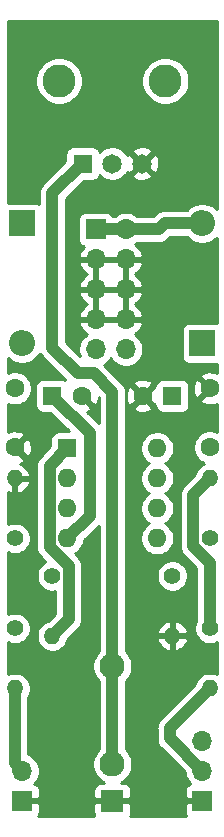
<source format=gbr>
%TF.GenerationSoftware,KiCad,Pcbnew,(5.1.8)-1*%
%TF.CreationDate,2021-01-05T22:27:56+01:00*%
%TF.ProjectId,HeadphoneOutV1,48656164-7068-46f6-9e65-4f757456312e,rev?*%
%TF.SameCoordinates,Original*%
%TF.FileFunction,Copper,L2,Bot*%
%TF.FilePolarity,Positive*%
%FSLAX46Y46*%
G04 Gerber Fmt 4.6, Leading zero omitted, Abs format (unit mm)*
G04 Created by KiCad (PCBNEW (5.1.8)-1) date 2021-01-05 22:27:56*
%MOMM*%
%LPD*%
G01*
G04 APERTURE LIST*
%TA.AperFunction,ComponentPad*%
%ADD10O,1.700000X1.700000*%
%TD*%
%TA.AperFunction,ComponentPad*%
%ADD11R,1.700000X1.700000*%
%TD*%
%TA.AperFunction,ComponentPad*%
%ADD12O,1.600000X1.600000*%
%TD*%
%TA.AperFunction,ComponentPad*%
%ADD13R,1.600000X1.600000*%
%TD*%
%TA.AperFunction,ComponentPad*%
%ADD14C,2.794000*%
%TD*%
%TA.AperFunction,ComponentPad*%
%ADD15C,1.650000*%
%TD*%
%TA.AperFunction,ComponentPad*%
%ADD16R,1.650000X1.650000*%
%TD*%
%TA.AperFunction,ComponentPad*%
%ADD17O,1.400000X1.400000*%
%TD*%
%TA.AperFunction,ComponentPad*%
%ADD18C,1.400000*%
%TD*%
%TA.AperFunction,ComponentPad*%
%ADD19C,2.130000*%
%TD*%
%TA.AperFunction,ComponentPad*%
%ADD20R,1.930000X1.830000*%
%TD*%
%TA.AperFunction,ComponentPad*%
%ADD21O,2.200000X2.200000*%
%TD*%
%TA.AperFunction,ComponentPad*%
%ADD22R,2.200000X2.200000*%
%TD*%
%TA.AperFunction,ComponentPad*%
%ADD23C,1.600000*%
%TD*%
%TA.AperFunction,Conductor*%
%ADD24C,1.000000*%
%TD*%
%TA.AperFunction,Conductor*%
%ADD25C,0.254000*%
%TD*%
%TA.AperFunction,Conductor*%
%ADD26C,0.100000*%
%TD*%
G04 APERTURE END LIST*
D10*
%TO.P,J1,10*%
%TO.N,Net-(D2-Pad1)*%
X36068000Y-66548000D03*
%TO.P,J1,9*%
X33528000Y-66548000D03*
%TO.P,J1,8*%
%TO.N,GND*%
X36068000Y-64008000D03*
%TO.P,J1,7*%
X33528000Y-64008000D03*
%TO.P,J1,6*%
X36068000Y-61468000D03*
%TO.P,J1,5*%
X33528000Y-61468000D03*
%TO.P,J1,4*%
X36068000Y-58928000D03*
%TO.P,J1,3*%
X33528000Y-58928000D03*
%TO.P,J1,2*%
%TO.N,Net-(D1-Pad2)*%
X36068000Y-56388000D03*
D11*
%TO.P,J1,1*%
X33528000Y-56388000D03*
%TD*%
D10*
%TO.P,J4,2*%
%TO.N,Net-(J3-Pad3)*%
X27305000Y-102235000D03*
D11*
%TO.P,J4,1*%
%TO.N,GND*%
X27305000Y-104775000D03*
%TD*%
D10*
%TO.P,J3,3*%
%TO.N,Net-(J3-Pad3)*%
X42545000Y-99695000D03*
%TO.P,J3,2*%
%TO.N,Net-(J3-Pad2)*%
X42545000Y-102235000D03*
D11*
%TO.P,J3,1*%
%TO.N,GND*%
X42545000Y-104775000D03*
%TD*%
D12*
%TO.P,U1,8*%
%TO.N,+12V*%
X38735000Y-74930000D03*
%TO.P,U1,4*%
%TO.N,-12V*%
X31115000Y-82550000D03*
%TO.P,U1,7*%
%TO.N,Net-(R2-Pad1)*%
X38735000Y-77470000D03*
%TO.P,U1,3*%
%TO.N,Net-(RV1-Pad2)*%
X31115000Y-80010000D03*
%TO.P,U1,6*%
%TO.N,Net-(R3-Pad1)*%
X38735000Y-80010000D03*
%TO.P,U1,2*%
%TO.N,Net-(R5-Pad1)*%
X31115000Y-77470000D03*
%TO.P,U1,5*%
%TO.N,Net-(RV1-Pad2)*%
X38735000Y-82550000D03*
D13*
%TO.P,U1,1*%
%TO.N,Net-(R1-Pad1)*%
X31115000Y-74930000D03*
%TD*%
D14*
%TO.P,RV1,CHASSIS1*%
%TO.N,N/C*%
X30425000Y-43815000D03*
%TO.P,RV1,CHASSIS2*%
X39425000Y-43815000D03*
D15*
%TO.P,RV1,3*%
%TO.N,GND*%
X37425000Y-50815000D03*
%TO.P,RV1,2*%
%TO.N,Net-(RV1-Pad2)*%
X34925000Y-50815000D03*
D16*
%TO.P,RV1,1*%
%TO.N,Net-(J2-PadT)*%
X32425000Y-50815000D03*
%TD*%
D17*
%TO.P,R6,2*%
%TO.N,Net-(R1-Pad1)*%
X29845000Y-90805000D03*
D18*
%TO.P,R6,1*%
%TO.N,Net-(R5-Pad1)*%
X29845000Y-85725000D03*
%TD*%
D17*
%TO.P,R5,2*%
%TO.N,GND*%
X26670000Y-77470000D03*
D18*
%TO.P,R5,1*%
%TO.N,Net-(R5-Pad1)*%
X26670000Y-82550000D03*
%TD*%
D17*
%TO.P,R4,2*%
%TO.N,GND*%
X40005000Y-90805000D03*
D18*
%TO.P,R4,1*%
%TO.N,Net-(R3-Pad1)*%
X40005000Y-85725000D03*
%TD*%
D17*
%TO.P,R3,2*%
%TO.N,Net-(R2-Pad1)*%
X43180000Y-77470000D03*
D18*
%TO.P,R3,1*%
%TO.N,Net-(R3-Pad1)*%
X43180000Y-82550000D03*
%TD*%
D17*
%TO.P,R2,2*%
%TO.N,Net-(J3-Pad2)*%
X43180000Y-95250000D03*
D18*
%TO.P,R2,1*%
%TO.N,Net-(R2-Pad1)*%
X43180000Y-90170000D03*
%TD*%
D17*
%TO.P,R1,2*%
%TO.N,Net-(J3-Pad3)*%
X26670000Y-95250000D03*
D18*
%TO.P,R1,1*%
%TO.N,Net-(R1-Pad1)*%
X26670000Y-90170000D03*
%TD*%
D19*
%TO.P,J2,T*%
%TO.N,Net-(J2-PadT)*%
X34925000Y-93375000D03*
D20*
%TO.P,J2,S*%
%TO.N,GND*%
X34925000Y-104775000D03*
D19*
%TO.P,J2,TN*%
%TO.N,Net-(J2-PadT)*%
X34925000Y-101675000D03*
%TD*%
D21*
%TO.P,D2,2*%
%TO.N,-12V*%
X27305000Y-66040000D03*
D22*
%TO.P,D2,1*%
%TO.N,Net-(D2-Pad1)*%
X27305000Y-55880000D03*
%TD*%
D21*
%TO.P,D1,2*%
%TO.N,Net-(D1-Pad2)*%
X42545000Y-55880000D03*
D22*
%TO.P,D1,1*%
%TO.N,+12V*%
X42545000Y-66040000D03*
%TD*%
D23*
%TO.P,C6,2*%
%TO.N,GND*%
X37505000Y-70485000D03*
D13*
%TO.P,C6,1*%
%TO.N,+12V*%
X40005000Y-70485000D03*
%TD*%
D23*
%TO.P,C3,2*%
%TO.N,GND*%
X26670000Y-74850000D03*
%TO.P,C3,1*%
%TO.N,-12V*%
X26670000Y-69850000D03*
%TD*%
%TO.P,C2,2*%
%TO.N,GND*%
X32345000Y-70485000D03*
D13*
%TO.P,C2,1*%
%TO.N,-12V*%
X29845000Y-70485000D03*
%TD*%
D23*
%TO.P,C1,2*%
%TO.N,+12V*%
X43180000Y-74850000D03*
%TO.P,C1,1*%
%TO.N,GND*%
X43180000Y-69850000D03*
%TD*%
D24*
%TO.N,-12V*%
X29845000Y-70485000D02*
X33020000Y-73660000D01*
X33020000Y-80645000D02*
X31115000Y-82550000D01*
X33020000Y-73660000D02*
X33020000Y-80645000D01*
%TO.N,Net-(D1-Pad2)*%
X33528000Y-56388000D02*
X36068000Y-56388000D01*
X36068000Y-56388000D02*
X38862000Y-56388000D01*
X39370000Y-55880000D02*
X42545000Y-55880000D01*
X38862000Y-56388000D02*
X39370000Y-55880000D01*
%TO.N,Net-(J2-PadT)*%
X34925000Y-101675000D02*
X34925000Y-93375000D01*
X32370000Y-50815000D02*
X32425000Y-50815000D01*
X29845000Y-53340000D02*
X32370000Y-50815000D01*
X29845000Y-66421000D02*
X29845000Y-53340000D01*
X32004000Y-68580000D02*
X29845000Y-66421000D01*
X33340002Y-68580000D02*
X32004000Y-68580000D01*
X34925000Y-70164998D02*
X33340002Y-68580000D01*
X34925000Y-93375000D02*
X34925000Y-70164998D01*
%TO.N,Net-(J3-Pad2)*%
X42545000Y-102235000D02*
X39805009Y-99495009D01*
X39805009Y-98624991D02*
X43180000Y-95250000D01*
X39805009Y-99495009D02*
X39805009Y-98624991D01*
%TO.N,Net-(J3-Pad3)*%
X26670000Y-101600000D02*
X26670000Y-95250000D01*
X27305000Y-102235000D02*
X26670000Y-101600000D01*
%TO.N,Net-(R1-Pad1)*%
X31245001Y-89404999D02*
X29845000Y-90805000D01*
X31245001Y-84900003D02*
X31245001Y-89404999D01*
X29614999Y-83270001D02*
X31245001Y-84900003D01*
X29614999Y-76430001D02*
X29614999Y-83270001D01*
X31115000Y-74930000D02*
X29614999Y-76430001D01*
%TO.N,Net-(R2-Pad1)*%
X41779999Y-78870001D02*
X43180000Y-77470000D01*
X41779999Y-83222001D02*
X41779999Y-78870001D01*
X43180000Y-84622002D02*
X41779999Y-83222001D01*
X43180000Y-90170000D02*
X43180000Y-84622002D01*
%TD*%
D25*
%TO.N,GND*%
X43790001Y-54671340D02*
X43650998Y-54532337D01*
X43366831Y-54342463D01*
X43051081Y-54211675D01*
X42715883Y-54145000D01*
X42374117Y-54145000D01*
X42038919Y-54211675D01*
X41723169Y-54342463D01*
X41439002Y-54532337D01*
X41226339Y-54745000D01*
X39425741Y-54745000D01*
X39369999Y-54739510D01*
X39314257Y-54745000D01*
X39314248Y-54745000D01*
X39147501Y-54761423D01*
X38933553Y-54826324D01*
X38736377Y-54931716D01*
X38563551Y-55073551D01*
X38528004Y-55116865D01*
X38391869Y-55253000D01*
X37033107Y-55253000D01*
X37014632Y-55234525D01*
X36771411Y-55072010D01*
X36501158Y-54960068D01*
X36214260Y-54903000D01*
X35921740Y-54903000D01*
X35634842Y-54960068D01*
X35364589Y-55072010D01*
X35121368Y-55234525D01*
X35102893Y-55253000D01*
X34945683Y-55253000D01*
X34908537Y-55183506D01*
X34829185Y-55086815D01*
X34732494Y-55007463D01*
X34622180Y-54948498D01*
X34502482Y-54912188D01*
X34378000Y-54899928D01*
X32678000Y-54899928D01*
X32553518Y-54912188D01*
X32433820Y-54948498D01*
X32323506Y-55007463D01*
X32226815Y-55086815D01*
X32147463Y-55183506D01*
X32088498Y-55293820D01*
X32052188Y-55413518D01*
X32039928Y-55538000D01*
X32039928Y-57238000D01*
X32052188Y-57362482D01*
X32088498Y-57482180D01*
X32147463Y-57592494D01*
X32226815Y-57689185D01*
X32323506Y-57768537D01*
X32433820Y-57827502D01*
X32514466Y-57851966D01*
X32430412Y-57927731D01*
X32256359Y-58161080D01*
X32131175Y-58423901D01*
X32086524Y-58571110D01*
X32207845Y-58801000D01*
X33401000Y-58801000D01*
X33401000Y-58781000D01*
X33655000Y-58781000D01*
X33655000Y-58801000D01*
X35941000Y-58801000D01*
X35941000Y-58781000D01*
X36195000Y-58781000D01*
X36195000Y-58801000D01*
X37388155Y-58801000D01*
X37509476Y-58571110D01*
X37464825Y-58423901D01*
X37339641Y-58161080D01*
X37165588Y-57927731D01*
X36949355Y-57732822D01*
X36832466Y-57663195D01*
X37014632Y-57541475D01*
X37033107Y-57523000D01*
X38806249Y-57523000D01*
X38862000Y-57528491D01*
X38917751Y-57523000D01*
X38917752Y-57523000D01*
X39084499Y-57506577D01*
X39298447Y-57441676D01*
X39495623Y-57336284D01*
X39668449Y-57194449D01*
X39703996Y-57151135D01*
X39840131Y-57015000D01*
X41226339Y-57015000D01*
X41439002Y-57227663D01*
X41723169Y-57417537D01*
X42038919Y-57548325D01*
X42374117Y-57615000D01*
X42715883Y-57615000D01*
X43051081Y-57548325D01*
X43366831Y-57417537D01*
X43650998Y-57227663D01*
X43790001Y-57088660D01*
X43790001Y-64320412D01*
X43769482Y-64314188D01*
X43645000Y-64301928D01*
X41445000Y-64301928D01*
X41320518Y-64314188D01*
X41200820Y-64350498D01*
X41090506Y-64409463D01*
X40993815Y-64488815D01*
X40914463Y-64585506D01*
X40855498Y-64695820D01*
X40819188Y-64815518D01*
X40806928Y-64940000D01*
X40806928Y-67140000D01*
X40819188Y-67264482D01*
X40855498Y-67384180D01*
X40914463Y-67494494D01*
X40993815Y-67591185D01*
X41090506Y-67670537D01*
X41200820Y-67729502D01*
X41320518Y-67765812D01*
X41445000Y-67778072D01*
X43645000Y-67778072D01*
X43769482Y-67765812D01*
X43790001Y-67759588D01*
X43790001Y-68551101D01*
X43666004Y-68492429D01*
X43391816Y-68423700D01*
X43109488Y-68409783D01*
X42829870Y-68451213D01*
X42563708Y-68546397D01*
X42438486Y-68613329D01*
X42366903Y-68857298D01*
X43180000Y-69670395D01*
X43194143Y-69656253D01*
X43373748Y-69835858D01*
X43359605Y-69850000D01*
X43373748Y-69864143D01*
X43194143Y-70043748D01*
X43180000Y-70029605D01*
X42366903Y-70842702D01*
X42438486Y-71086671D01*
X42693996Y-71207571D01*
X42968184Y-71276300D01*
X43250512Y-71290217D01*
X43530130Y-71248787D01*
X43790001Y-71155853D01*
X43790000Y-73549438D01*
X43598574Y-73470147D01*
X43321335Y-73415000D01*
X43038665Y-73415000D01*
X42761426Y-73470147D01*
X42500273Y-73578320D01*
X42265241Y-73735363D01*
X42065363Y-73935241D01*
X41908320Y-74170273D01*
X41800147Y-74431426D01*
X41745000Y-74708665D01*
X41745000Y-74991335D01*
X41800147Y-75268574D01*
X41908320Y-75529727D01*
X42065363Y-75764759D01*
X42265241Y-75964637D01*
X42500273Y-76121680D01*
X42723442Y-76214120D01*
X42547641Y-76286939D01*
X42328987Y-76433038D01*
X42143038Y-76618987D01*
X41996939Y-76837641D01*
X41896304Y-77080595D01*
X41879427Y-77165442D01*
X41016859Y-78028010D01*
X40973551Y-78063552D01*
X40831716Y-78236378D01*
X40812323Y-78272660D01*
X40726323Y-78433555D01*
X40661422Y-78647503D01*
X40639508Y-78870001D01*
X40645000Y-78925762D01*
X40644999Y-83166249D01*
X40639508Y-83222001D01*
X40644999Y-83277752D01*
X40661422Y-83444499D01*
X40726323Y-83658447D01*
X40831715Y-83855624D01*
X40973550Y-84028450D01*
X41016864Y-84063997D01*
X42045001Y-85092135D01*
X42045000Y-89465712D01*
X41996939Y-89537641D01*
X41896304Y-89780595D01*
X41845000Y-90038514D01*
X41845000Y-90301486D01*
X41896304Y-90559405D01*
X41996939Y-90802359D01*
X42143038Y-91021013D01*
X42328987Y-91206962D01*
X42547641Y-91353061D01*
X42790595Y-91453696D01*
X43048514Y-91505000D01*
X43311486Y-91505000D01*
X43569405Y-91453696D01*
X43790000Y-91362322D01*
X43790000Y-94057678D01*
X43569405Y-93966304D01*
X43311486Y-93915000D01*
X43048514Y-93915000D01*
X42790595Y-93966304D01*
X42547641Y-94066939D01*
X42328987Y-94213038D01*
X42143038Y-94398987D01*
X41996939Y-94617641D01*
X41896304Y-94860595D01*
X41879427Y-94945441D01*
X39041869Y-97783000D01*
X38998561Y-97818542D01*
X38856726Y-97991368D01*
X38751333Y-98188544D01*
X38686432Y-98402492D01*
X38686432Y-98402493D01*
X38664518Y-98624991D01*
X38670009Y-98680742D01*
X38670009Y-99439258D01*
X38664518Y-99495009D01*
X38670009Y-99550760D01*
X38686432Y-99717507D01*
X38751333Y-99931455D01*
X38856725Y-100128632D01*
X38998560Y-100301458D01*
X39041874Y-100337005D01*
X41060000Y-102355132D01*
X41060000Y-102381260D01*
X41117068Y-102668158D01*
X41229010Y-102938411D01*
X41391525Y-103181632D01*
X41523380Y-103313487D01*
X41450820Y-103335498D01*
X41340506Y-103394463D01*
X41243815Y-103473815D01*
X41164463Y-103570506D01*
X41105498Y-103680820D01*
X41069188Y-103800518D01*
X41056928Y-103925000D01*
X41060000Y-104489250D01*
X41218750Y-104648000D01*
X42418000Y-104648000D01*
X42418000Y-104628000D01*
X42672000Y-104628000D01*
X42672000Y-104648000D01*
X42692000Y-104648000D01*
X42692000Y-104902000D01*
X42672000Y-104902000D01*
X42672000Y-104922000D01*
X42418000Y-104922000D01*
X42418000Y-104902000D01*
X41218750Y-104902000D01*
X41060000Y-105060750D01*
X41056928Y-105625000D01*
X41069188Y-105749482D01*
X41105498Y-105869180D01*
X41164463Y-105979494D01*
X41197705Y-106020000D01*
X36433630Y-106020000D01*
X36479502Y-105934180D01*
X36515812Y-105814482D01*
X36528072Y-105690000D01*
X36525000Y-105060750D01*
X36366250Y-104902000D01*
X35052000Y-104902000D01*
X35052000Y-104922000D01*
X34798000Y-104922000D01*
X34798000Y-104902000D01*
X33483750Y-104902000D01*
X33325000Y-105060750D01*
X33321928Y-105690000D01*
X33334188Y-105814482D01*
X33370498Y-105934180D01*
X33416370Y-106020000D01*
X28652295Y-106020000D01*
X28685537Y-105979494D01*
X28744502Y-105869180D01*
X28780812Y-105749482D01*
X28793072Y-105625000D01*
X28790000Y-105060750D01*
X28631250Y-104902000D01*
X27432000Y-104902000D01*
X27432000Y-104922000D01*
X27178000Y-104922000D01*
X27178000Y-104902000D01*
X27158000Y-104902000D01*
X27158000Y-104648000D01*
X27178000Y-104648000D01*
X27178000Y-104628000D01*
X27432000Y-104628000D01*
X27432000Y-104648000D01*
X28631250Y-104648000D01*
X28790000Y-104489250D01*
X28793072Y-103925000D01*
X28780812Y-103800518D01*
X28744502Y-103680820D01*
X28685537Y-103570506D01*
X28606185Y-103473815D01*
X28509494Y-103394463D01*
X28399180Y-103335498D01*
X28326620Y-103313487D01*
X28458475Y-103181632D01*
X28620990Y-102938411D01*
X28732932Y-102668158D01*
X28790000Y-102381260D01*
X28790000Y-102088740D01*
X28732932Y-101801842D01*
X28620990Y-101531589D01*
X28458475Y-101288368D01*
X28251632Y-101081525D01*
X28008411Y-100919010D01*
X27805000Y-100834755D01*
X27805000Y-95954288D01*
X27853061Y-95882359D01*
X27953696Y-95639405D01*
X28005000Y-95381486D01*
X28005000Y-95118514D01*
X27953696Y-94860595D01*
X27853061Y-94617641D01*
X27706962Y-94398987D01*
X27521013Y-94213038D01*
X27302359Y-94066939D01*
X27059405Y-93966304D01*
X26801486Y-93915000D01*
X26538514Y-93915000D01*
X26280595Y-93966304D01*
X26060000Y-94057678D01*
X26060000Y-91362322D01*
X26280595Y-91453696D01*
X26538514Y-91505000D01*
X26801486Y-91505000D01*
X27059405Y-91453696D01*
X27302359Y-91353061D01*
X27521013Y-91206962D01*
X27706962Y-91021013D01*
X27853061Y-90802359D01*
X27953696Y-90559405D01*
X28005000Y-90301486D01*
X28005000Y-90038514D01*
X27953696Y-89780595D01*
X27853061Y-89537641D01*
X27706962Y-89318987D01*
X27521013Y-89133038D01*
X27302359Y-88986939D01*
X27059405Y-88886304D01*
X26801486Y-88835000D01*
X26538514Y-88835000D01*
X26280595Y-88886304D01*
X26060000Y-88977678D01*
X26060000Y-83742322D01*
X26280595Y-83833696D01*
X26538514Y-83885000D01*
X26801486Y-83885000D01*
X27059405Y-83833696D01*
X27302359Y-83733061D01*
X27521013Y-83586962D01*
X27706962Y-83401013D01*
X27853061Y-83182359D01*
X27953696Y-82939405D01*
X28005000Y-82681486D01*
X28005000Y-82418514D01*
X27953696Y-82160595D01*
X27853061Y-81917641D01*
X27706962Y-81698987D01*
X27521013Y-81513038D01*
X27302359Y-81366939D01*
X27059405Y-81266304D01*
X26801486Y-81215000D01*
X26538514Y-81215000D01*
X26280595Y-81266304D01*
X26060000Y-81357678D01*
X26060000Y-78651562D01*
X26228956Y-78730047D01*
X26336671Y-78762716D01*
X26543000Y-78639374D01*
X26543000Y-77597000D01*
X26797000Y-77597000D01*
X26797000Y-78639374D01*
X27003329Y-78762716D01*
X27111044Y-78730047D01*
X27348392Y-78619792D01*
X27559670Y-78465351D01*
X27736759Y-78272660D01*
X27872853Y-78049123D01*
X27962722Y-77803330D01*
X27840201Y-77597000D01*
X26797000Y-77597000D01*
X26543000Y-77597000D01*
X26523000Y-77597000D01*
X26523000Y-77343000D01*
X26543000Y-77343000D01*
X26543000Y-77323000D01*
X26797000Y-77323000D01*
X26797000Y-77343000D01*
X27840201Y-77343000D01*
X27962722Y-77136670D01*
X27872853Y-76890877D01*
X27736759Y-76667340D01*
X27559670Y-76474649D01*
X27348392Y-76320208D01*
X27118733Y-76213525D01*
X27286292Y-76153603D01*
X27411514Y-76086671D01*
X27483097Y-75842702D01*
X26670000Y-75029605D01*
X26655858Y-75043748D01*
X26476253Y-74864143D01*
X26490395Y-74850000D01*
X26849605Y-74850000D01*
X27662702Y-75663097D01*
X27906671Y-75591514D01*
X28027571Y-75336004D01*
X28096300Y-75061816D01*
X28110217Y-74779488D01*
X28068787Y-74499870D01*
X27973603Y-74233708D01*
X27906671Y-74108486D01*
X27662702Y-74036903D01*
X26849605Y-74850000D01*
X26490395Y-74850000D01*
X26476253Y-74835858D01*
X26655858Y-74656253D01*
X26670000Y-74670395D01*
X27483097Y-73857298D01*
X27411514Y-73613329D01*
X27156004Y-73492429D01*
X26881816Y-73423700D01*
X26599488Y-73409783D01*
X26319870Y-73451213D01*
X26060000Y-73544147D01*
X26060000Y-71150562D01*
X26251426Y-71229853D01*
X26528665Y-71285000D01*
X26811335Y-71285000D01*
X27088574Y-71229853D01*
X27349727Y-71121680D01*
X27584759Y-70964637D01*
X27784637Y-70764759D01*
X27941680Y-70529727D01*
X28049853Y-70268574D01*
X28105000Y-69991335D01*
X28105000Y-69708665D01*
X28049853Y-69431426D01*
X27941680Y-69170273D01*
X27784637Y-68935241D01*
X27584759Y-68735363D01*
X27349727Y-68578320D01*
X27088574Y-68470147D01*
X26811335Y-68415000D01*
X26528665Y-68415000D01*
X26251426Y-68470147D01*
X26060000Y-68549438D01*
X26060000Y-67248661D01*
X26199002Y-67387663D01*
X26483169Y-67577537D01*
X26798919Y-67708325D01*
X27134117Y-67775000D01*
X27475883Y-67775000D01*
X27811081Y-67708325D01*
X28126831Y-67577537D01*
X28410998Y-67387663D01*
X28652663Y-67145998D01*
X28815387Y-66902465D01*
X28896716Y-67054623D01*
X29038551Y-67227449D01*
X29081865Y-67262996D01*
X30943288Y-69124420D01*
X30889180Y-69095498D01*
X30769482Y-69059188D01*
X30645000Y-69046928D01*
X29045000Y-69046928D01*
X28920518Y-69059188D01*
X28800820Y-69095498D01*
X28690506Y-69154463D01*
X28593815Y-69233815D01*
X28514463Y-69330506D01*
X28455498Y-69440820D01*
X28419188Y-69560518D01*
X28406928Y-69685000D01*
X28406928Y-71285000D01*
X28419188Y-71409482D01*
X28455498Y-71529180D01*
X28514463Y-71639494D01*
X28593815Y-71736185D01*
X28690506Y-71815537D01*
X28800820Y-71874502D01*
X28920518Y-71910812D01*
X29045000Y-71923072D01*
X29677941Y-71923072D01*
X31246796Y-73491928D01*
X30315000Y-73491928D01*
X30190518Y-73504188D01*
X30070820Y-73540498D01*
X29960506Y-73599463D01*
X29863815Y-73678815D01*
X29784463Y-73775506D01*
X29725498Y-73885820D01*
X29689188Y-74005518D01*
X29676928Y-74130000D01*
X29676928Y-74762940D01*
X28851864Y-75588005D01*
X28808550Y-75623552D01*
X28666715Y-75796378D01*
X28576780Y-75964637D01*
X28561323Y-75993555D01*
X28496422Y-76207503D01*
X28474508Y-76430001D01*
X28479999Y-76485753D01*
X28480000Y-83214240D01*
X28474508Y-83270001D01*
X28496422Y-83492499D01*
X28561323Y-83706447D01*
X28561324Y-83706448D01*
X28666716Y-83903624D01*
X28808551Y-84076450D01*
X28851859Y-84111992D01*
X29261548Y-84521681D01*
X29212641Y-84541939D01*
X28993987Y-84688038D01*
X28808038Y-84873987D01*
X28661939Y-85092641D01*
X28561304Y-85335595D01*
X28510000Y-85593514D01*
X28510000Y-85856486D01*
X28561304Y-86114405D01*
X28661939Y-86357359D01*
X28808038Y-86576013D01*
X28993987Y-86761962D01*
X29212641Y-86908061D01*
X29455595Y-87008696D01*
X29713514Y-87060000D01*
X29976486Y-87060000D01*
X30110001Y-87033442D01*
X30110002Y-88934866D01*
X29540442Y-89504427D01*
X29455595Y-89521304D01*
X29212641Y-89621939D01*
X28993987Y-89768038D01*
X28808038Y-89953987D01*
X28661939Y-90172641D01*
X28561304Y-90415595D01*
X28510000Y-90673514D01*
X28510000Y-90936486D01*
X28561304Y-91194405D01*
X28661939Y-91437359D01*
X28808038Y-91656013D01*
X28993987Y-91841962D01*
X29212641Y-91988061D01*
X29455595Y-92088696D01*
X29713514Y-92140000D01*
X29976486Y-92140000D01*
X30234405Y-92088696D01*
X30477359Y-91988061D01*
X30696013Y-91841962D01*
X30881962Y-91656013D01*
X31028061Y-91437359D01*
X31128696Y-91194405D01*
X31145573Y-91109558D01*
X32008141Y-90246991D01*
X32051450Y-90211448D01*
X32193285Y-90038622D01*
X32298677Y-89841446D01*
X32363578Y-89627498D01*
X32380001Y-89460751D01*
X32380001Y-89460742D01*
X32385491Y-89405000D01*
X32380001Y-89349258D01*
X32380001Y-84955754D01*
X32385492Y-84900003D01*
X32363578Y-84677504D01*
X32298677Y-84463556D01*
X32264440Y-84399503D01*
X32193285Y-84266380D01*
X32051450Y-84093554D01*
X32008141Y-84058012D01*
X31778522Y-83828392D01*
X31794727Y-83821680D01*
X32029759Y-83664637D01*
X32229637Y-83464759D01*
X32386680Y-83229727D01*
X32494853Y-82968574D01*
X32542850Y-82727282D01*
X33783141Y-81486991D01*
X33790001Y-81481362D01*
X33790000Y-92105836D01*
X33604523Y-92291313D01*
X33418479Y-92569748D01*
X33290330Y-92879128D01*
X33225000Y-93207565D01*
X33225000Y-93542435D01*
X33290330Y-93870872D01*
X33418479Y-94180252D01*
X33604523Y-94458687D01*
X33790001Y-94644165D01*
X33790000Y-100405836D01*
X33604523Y-100591313D01*
X33418479Y-100869748D01*
X33290330Y-101179128D01*
X33225000Y-101507565D01*
X33225000Y-101842435D01*
X33290330Y-102170872D01*
X33418479Y-102480252D01*
X33604523Y-102758687D01*
X33841313Y-102995477D01*
X34119748Y-103181521D01*
X34220140Y-103223105D01*
X33960000Y-103221928D01*
X33835518Y-103234188D01*
X33715820Y-103270498D01*
X33605506Y-103329463D01*
X33508815Y-103408815D01*
X33429463Y-103505506D01*
X33370498Y-103615820D01*
X33334188Y-103735518D01*
X33321928Y-103860000D01*
X33325000Y-104489250D01*
X33483750Y-104648000D01*
X34798000Y-104648000D01*
X34798000Y-104628000D01*
X35052000Y-104628000D01*
X35052000Y-104648000D01*
X36366250Y-104648000D01*
X36525000Y-104489250D01*
X36528072Y-103860000D01*
X36515812Y-103735518D01*
X36479502Y-103615820D01*
X36420537Y-103505506D01*
X36341185Y-103408815D01*
X36244494Y-103329463D01*
X36134180Y-103270498D01*
X36014482Y-103234188D01*
X35890000Y-103221928D01*
X35629860Y-103223105D01*
X35730252Y-103181521D01*
X36008687Y-102995477D01*
X36245477Y-102758687D01*
X36431521Y-102480252D01*
X36559670Y-102170872D01*
X36625000Y-101842435D01*
X36625000Y-101507565D01*
X36559670Y-101179128D01*
X36431521Y-100869748D01*
X36245477Y-100591313D01*
X36060000Y-100405836D01*
X36060000Y-94644164D01*
X36245477Y-94458687D01*
X36431521Y-94180252D01*
X36559670Y-93870872D01*
X36625000Y-93542435D01*
X36625000Y-93207565D01*
X36559670Y-92879128D01*
X36431521Y-92569748D01*
X36245477Y-92291313D01*
X36060000Y-92105836D01*
X36060000Y-91138330D01*
X38712278Y-91138330D01*
X38802147Y-91384123D01*
X38938241Y-91607660D01*
X39115330Y-91800351D01*
X39326608Y-91954792D01*
X39563956Y-92065047D01*
X39671671Y-92097716D01*
X39878000Y-91974374D01*
X39878000Y-90932000D01*
X40132000Y-90932000D01*
X40132000Y-91974374D01*
X40338329Y-92097716D01*
X40446044Y-92065047D01*
X40683392Y-91954792D01*
X40894670Y-91800351D01*
X41071759Y-91607660D01*
X41207853Y-91384123D01*
X41297722Y-91138330D01*
X41175201Y-90932000D01*
X40132000Y-90932000D01*
X39878000Y-90932000D01*
X38834799Y-90932000D01*
X38712278Y-91138330D01*
X36060000Y-91138330D01*
X36060000Y-90471670D01*
X38712278Y-90471670D01*
X38834799Y-90678000D01*
X39878000Y-90678000D01*
X39878000Y-89635626D01*
X40132000Y-89635626D01*
X40132000Y-90678000D01*
X41175201Y-90678000D01*
X41297722Y-90471670D01*
X41207853Y-90225877D01*
X41071759Y-90002340D01*
X40894670Y-89809649D01*
X40683392Y-89655208D01*
X40446044Y-89544953D01*
X40338329Y-89512284D01*
X40132000Y-89635626D01*
X39878000Y-89635626D01*
X39671671Y-89512284D01*
X39563956Y-89544953D01*
X39326608Y-89655208D01*
X39115330Y-89809649D01*
X38938241Y-90002340D01*
X38802147Y-90225877D01*
X38712278Y-90471670D01*
X36060000Y-90471670D01*
X36060000Y-85593514D01*
X38670000Y-85593514D01*
X38670000Y-85856486D01*
X38721304Y-86114405D01*
X38821939Y-86357359D01*
X38968038Y-86576013D01*
X39153987Y-86761962D01*
X39372641Y-86908061D01*
X39615595Y-87008696D01*
X39873514Y-87060000D01*
X40136486Y-87060000D01*
X40394405Y-87008696D01*
X40637359Y-86908061D01*
X40856013Y-86761962D01*
X41041962Y-86576013D01*
X41188061Y-86357359D01*
X41288696Y-86114405D01*
X41340000Y-85856486D01*
X41340000Y-85593514D01*
X41288696Y-85335595D01*
X41188061Y-85092641D01*
X41041962Y-84873987D01*
X40856013Y-84688038D01*
X40637359Y-84541939D01*
X40394405Y-84441304D01*
X40136486Y-84390000D01*
X39873514Y-84390000D01*
X39615595Y-84441304D01*
X39372641Y-84541939D01*
X39153987Y-84688038D01*
X38968038Y-84873987D01*
X38821939Y-85092641D01*
X38721304Y-85335595D01*
X38670000Y-85593514D01*
X36060000Y-85593514D01*
X36060000Y-74788665D01*
X37300000Y-74788665D01*
X37300000Y-75071335D01*
X37355147Y-75348574D01*
X37463320Y-75609727D01*
X37620363Y-75844759D01*
X37820241Y-76044637D01*
X38052759Y-76200000D01*
X37820241Y-76355363D01*
X37620363Y-76555241D01*
X37463320Y-76790273D01*
X37355147Y-77051426D01*
X37300000Y-77328665D01*
X37300000Y-77611335D01*
X37355147Y-77888574D01*
X37463320Y-78149727D01*
X37620363Y-78384759D01*
X37820241Y-78584637D01*
X38052759Y-78740000D01*
X37820241Y-78895363D01*
X37620363Y-79095241D01*
X37463320Y-79330273D01*
X37355147Y-79591426D01*
X37300000Y-79868665D01*
X37300000Y-80151335D01*
X37355147Y-80428574D01*
X37463320Y-80689727D01*
X37620363Y-80924759D01*
X37820241Y-81124637D01*
X38052759Y-81280000D01*
X37820241Y-81435363D01*
X37620363Y-81635241D01*
X37463320Y-81870273D01*
X37355147Y-82131426D01*
X37300000Y-82408665D01*
X37300000Y-82691335D01*
X37355147Y-82968574D01*
X37463320Y-83229727D01*
X37620363Y-83464759D01*
X37820241Y-83664637D01*
X38055273Y-83821680D01*
X38316426Y-83929853D01*
X38593665Y-83985000D01*
X38876335Y-83985000D01*
X39153574Y-83929853D01*
X39414727Y-83821680D01*
X39649759Y-83664637D01*
X39849637Y-83464759D01*
X40006680Y-83229727D01*
X40114853Y-82968574D01*
X40170000Y-82691335D01*
X40170000Y-82408665D01*
X40114853Y-82131426D01*
X40006680Y-81870273D01*
X39849637Y-81635241D01*
X39649759Y-81435363D01*
X39417241Y-81280000D01*
X39649759Y-81124637D01*
X39849637Y-80924759D01*
X40006680Y-80689727D01*
X40114853Y-80428574D01*
X40170000Y-80151335D01*
X40170000Y-79868665D01*
X40114853Y-79591426D01*
X40006680Y-79330273D01*
X39849637Y-79095241D01*
X39649759Y-78895363D01*
X39417241Y-78740000D01*
X39649759Y-78584637D01*
X39849637Y-78384759D01*
X40006680Y-78149727D01*
X40114853Y-77888574D01*
X40170000Y-77611335D01*
X40170000Y-77328665D01*
X40114853Y-77051426D01*
X40006680Y-76790273D01*
X39849637Y-76555241D01*
X39649759Y-76355363D01*
X39417241Y-76200000D01*
X39649759Y-76044637D01*
X39849637Y-75844759D01*
X40006680Y-75609727D01*
X40114853Y-75348574D01*
X40170000Y-75071335D01*
X40170000Y-74788665D01*
X40114853Y-74511426D01*
X40006680Y-74250273D01*
X39849637Y-74015241D01*
X39649759Y-73815363D01*
X39414727Y-73658320D01*
X39153574Y-73550147D01*
X38876335Y-73495000D01*
X38593665Y-73495000D01*
X38316426Y-73550147D01*
X38055273Y-73658320D01*
X37820241Y-73815363D01*
X37620363Y-74015241D01*
X37463320Y-74250273D01*
X37355147Y-74511426D01*
X37300000Y-74788665D01*
X36060000Y-74788665D01*
X36060000Y-71477702D01*
X36691903Y-71477702D01*
X36763486Y-71721671D01*
X37018996Y-71842571D01*
X37293184Y-71911300D01*
X37575512Y-71925217D01*
X37855130Y-71883787D01*
X38121292Y-71788603D01*
X38246514Y-71721671D01*
X38318097Y-71477702D01*
X37505000Y-70664605D01*
X36691903Y-71477702D01*
X36060000Y-71477702D01*
X36060000Y-70555512D01*
X36064783Y-70555512D01*
X36106213Y-70835130D01*
X36201397Y-71101292D01*
X36268329Y-71226514D01*
X36512298Y-71298097D01*
X37325395Y-70485000D01*
X37684605Y-70485000D01*
X38497702Y-71298097D01*
X38566928Y-71277785D01*
X38566928Y-71285000D01*
X38579188Y-71409482D01*
X38615498Y-71529180D01*
X38674463Y-71639494D01*
X38753815Y-71736185D01*
X38850506Y-71815537D01*
X38960820Y-71874502D01*
X39080518Y-71910812D01*
X39205000Y-71923072D01*
X40805000Y-71923072D01*
X40929482Y-71910812D01*
X41049180Y-71874502D01*
X41159494Y-71815537D01*
X41256185Y-71736185D01*
X41335537Y-71639494D01*
X41394502Y-71529180D01*
X41430812Y-71409482D01*
X41443072Y-71285000D01*
X41443072Y-69920512D01*
X41739783Y-69920512D01*
X41781213Y-70200130D01*
X41876397Y-70466292D01*
X41943329Y-70591514D01*
X42187298Y-70663097D01*
X43000395Y-69850000D01*
X42187298Y-69036903D01*
X41943329Y-69108486D01*
X41822429Y-69363996D01*
X41753700Y-69638184D01*
X41739783Y-69920512D01*
X41443072Y-69920512D01*
X41443072Y-69685000D01*
X41430812Y-69560518D01*
X41394502Y-69440820D01*
X41335537Y-69330506D01*
X41256185Y-69233815D01*
X41159494Y-69154463D01*
X41049180Y-69095498D01*
X40929482Y-69059188D01*
X40805000Y-69046928D01*
X39205000Y-69046928D01*
X39080518Y-69059188D01*
X38960820Y-69095498D01*
X38850506Y-69154463D01*
X38753815Y-69233815D01*
X38674463Y-69330506D01*
X38615498Y-69440820D01*
X38579188Y-69560518D01*
X38566928Y-69685000D01*
X38566928Y-69692215D01*
X38497702Y-69671903D01*
X37684605Y-70485000D01*
X37325395Y-70485000D01*
X36512298Y-69671903D01*
X36268329Y-69743486D01*
X36147429Y-69998996D01*
X36078700Y-70273184D01*
X36064783Y-70555512D01*
X36060000Y-70555512D01*
X36060000Y-70220750D01*
X36065491Y-70164998D01*
X36043577Y-69942499D01*
X35978676Y-69728551D01*
X35873284Y-69531375D01*
X35841215Y-69492298D01*
X36691903Y-69492298D01*
X37505000Y-70305395D01*
X38318097Y-69492298D01*
X38246514Y-69248329D01*
X37991004Y-69127429D01*
X37716816Y-69058700D01*
X37434488Y-69044783D01*
X37154870Y-69086213D01*
X36888708Y-69181397D01*
X36763486Y-69248329D01*
X36691903Y-69492298D01*
X35841215Y-69492298D01*
X35766989Y-69401854D01*
X35766987Y-69401852D01*
X35731449Y-69358549D01*
X35688146Y-69323011D01*
X34229793Y-67864660D01*
X34231411Y-67863990D01*
X34474632Y-67701475D01*
X34681475Y-67494632D01*
X34798000Y-67320240D01*
X34914525Y-67494632D01*
X35121368Y-67701475D01*
X35364589Y-67863990D01*
X35634842Y-67975932D01*
X35921740Y-68033000D01*
X36214260Y-68033000D01*
X36501158Y-67975932D01*
X36771411Y-67863990D01*
X37014632Y-67701475D01*
X37221475Y-67494632D01*
X37383990Y-67251411D01*
X37495932Y-66981158D01*
X37553000Y-66694260D01*
X37553000Y-66401740D01*
X37495932Y-66114842D01*
X37383990Y-65844589D01*
X37221475Y-65601368D01*
X37014632Y-65394525D01*
X36832466Y-65272805D01*
X36949355Y-65203178D01*
X37165588Y-65008269D01*
X37339641Y-64774920D01*
X37464825Y-64512099D01*
X37509476Y-64364890D01*
X37388155Y-64135000D01*
X36195000Y-64135000D01*
X36195000Y-64155000D01*
X35941000Y-64155000D01*
X35941000Y-64135000D01*
X33655000Y-64135000D01*
X33655000Y-64155000D01*
X33401000Y-64155000D01*
X33401000Y-64135000D01*
X32207845Y-64135000D01*
X32086524Y-64364890D01*
X32131175Y-64512099D01*
X32256359Y-64774920D01*
X32430412Y-65008269D01*
X32646645Y-65203178D01*
X32763534Y-65272805D01*
X32581368Y-65394525D01*
X32374525Y-65601368D01*
X32212010Y-65844589D01*
X32100068Y-66114842D01*
X32043000Y-66401740D01*
X32043000Y-66694260D01*
X32100068Y-66981158D01*
X32163550Y-67134419D01*
X30980000Y-65950869D01*
X30980000Y-61824890D01*
X32086524Y-61824890D01*
X32131175Y-61972099D01*
X32256359Y-62234920D01*
X32430412Y-62468269D01*
X32646645Y-62663178D01*
X32772255Y-62738000D01*
X32646645Y-62812822D01*
X32430412Y-63007731D01*
X32256359Y-63241080D01*
X32131175Y-63503901D01*
X32086524Y-63651110D01*
X32207845Y-63881000D01*
X33401000Y-63881000D01*
X33401000Y-61595000D01*
X33655000Y-61595000D01*
X33655000Y-63881000D01*
X35941000Y-63881000D01*
X35941000Y-61595000D01*
X36195000Y-61595000D01*
X36195000Y-63881000D01*
X37388155Y-63881000D01*
X37509476Y-63651110D01*
X37464825Y-63503901D01*
X37339641Y-63241080D01*
X37165588Y-63007731D01*
X36949355Y-62812822D01*
X36823745Y-62738000D01*
X36949355Y-62663178D01*
X37165588Y-62468269D01*
X37339641Y-62234920D01*
X37464825Y-61972099D01*
X37509476Y-61824890D01*
X37388155Y-61595000D01*
X36195000Y-61595000D01*
X35941000Y-61595000D01*
X33655000Y-61595000D01*
X33401000Y-61595000D01*
X32207845Y-61595000D01*
X32086524Y-61824890D01*
X30980000Y-61824890D01*
X30980000Y-59284890D01*
X32086524Y-59284890D01*
X32131175Y-59432099D01*
X32256359Y-59694920D01*
X32430412Y-59928269D01*
X32646645Y-60123178D01*
X32772255Y-60198000D01*
X32646645Y-60272822D01*
X32430412Y-60467731D01*
X32256359Y-60701080D01*
X32131175Y-60963901D01*
X32086524Y-61111110D01*
X32207845Y-61341000D01*
X33401000Y-61341000D01*
X33401000Y-59055000D01*
X33655000Y-59055000D01*
X33655000Y-61341000D01*
X35941000Y-61341000D01*
X35941000Y-59055000D01*
X36195000Y-59055000D01*
X36195000Y-61341000D01*
X37388155Y-61341000D01*
X37509476Y-61111110D01*
X37464825Y-60963901D01*
X37339641Y-60701080D01*
X37165588Y-60467731D01*
X36949355Y-60272822D01*
X36823745Y-60198000D01*
X36949355Y-60123178D01*
X37165588Y-59928269D01*
X37339641Y-59694920D01*
X37464825Y-59432099D01*
X37509476Y-59284890D01*
X37388155Y-59055000D01*
X36195000Y-59055000D01*
X35941000Y-59055000D01*
X33655000Y-59055000D01*
X33401000Y-59055000D01*
X32207845Y-59055000D01*
X32086524Y-59284890D01*
X30980000Y-59284890D01*
X30980000Y-53810131D01*
X32512060Y-52278072D01*
X33250000Y-52278072D01*
X33374482Y-52265812D01*
X33494180Y-52229502D01*
X33604494Y-52170537D01*
X33701185Y-52091185D01*
X33780537Y-51994494D01*
X33839502Y-51884180D01*
X33860432Y-51815184D01*
X33994304Y-51949056D01*
X34233431Y-52108835D01*
X34499134Y-52218893D01*
X34781203Y-52275000D01*
X35068797Y-52275000D01*
X35350866Y-52218893D01*
X35616569Y-52108835D01*
X35855696Y-51949056D01*
X35979201Y-51825551D01*
X36594054Y-51825551D01*
X36668663Y-52072073D01*
X36928439Y-52195473D01*
X37207297Y-52265823D01*
X37494521Y-52280417D01*
X37779074Y-52238697D01*
X38050020Y-52142265D01*
X38181337Y-52072073D01*
X38255946Y-51825551D01*
X37425000Y-50994605D01*
X36594054Y-51825551D01*
X35979201Y-51825551D01*
X36059056Y-51745696D01*
X36174275Y-51573258D01*
X36414449Y-51645946D01*
X37245395Y-50815000D01*
X37604605Y-50815000D01*
X38435551Y-51645946D01*
X38682073Y-51571337D01*
X38805473Y-51311561D01*
X38875823Y-51032703D01*
X38890417Y-50745479D01*
X38848697Y-50460926D01*
X38752265Y-50189980D01*
X38682073Y-50058663D01*
X38435551Y-49984054D01*
X37604605Y-50815000D01*
X37245395Y-50815000D01*
X36414449Y-49984054D01*
X36174275Y-50056742D01*
X36059056Y-49884304D01*
X35979201Y-49804449D01*
X36594054Y-49804449D01*
X37425000Y-50635395D01*
X38255946Y-49804449D01*
X38181337Y-49557927D01*
X37921561Y-49434527D01*
X37642703Y-49364177D01*
X37355479Y-49349583D01*
X37070926Y-49391303D01*
X36799980Y-49487735D01*
X36668663Y-49557927D01*
X36594054Y-49804449D01*
X35979201Y-49804449D01*
X35855696Y-49680944D01*
X35616569Y-49521165D01*
X35350866Y-49411107D01*
X35068797Y-49355000D01*
X34781203Y-49355000D01*
X34499134Y-49411107D01*
X34233431Y-49521165D01*
X33994304Y-49680944D01*
X33860432Y-49814816D01*
X33839502Y-49745820D01*
X33780537Y-49635506D01*
X33701185Y-49538815D01*
X33604494Y-49459463D01*
X33494180Y-49400498D01*
X33374482Y-49364188D01*
X33250000Y-49351928D01*
X31600000Y-49351928D01*
X31475518Y-49364188D01*
X31355820Y-49400498D01*
X31245506Y-49459463D01*
X31148815Y-49538815D01*
X31069463Y-49635506D01*
X31010498Y-49745820D01*
X30974188Y-49865518D01*
X30961928Y-49990000D01*
X30961928Y-50617940D01*
X29081860Y-52498009D01*
X29038552Y-52533551D01*
X28896717Y-52706377D01*
X28840384Y-52811770D01*
X28791324Y-52903554D01*
X28726423Y-53117502D01*
X28704509Y-53340000D01*
X28710001Y-53395761D01*
X28710001Y-54223008D01*
X28649180Y-54190498D01*
X28529482Y-54154188D01*
X28405000Y-54141928D01*
X26205000Y-54141928D01*
X26080518Y-54154188D01*
X26060000Y-54160412D01*
X26060000Y-43614865D01*
X28393000Y-43614865D01*
X28393000Y-44015135D01*
X28471089Y-44407713D01*
X28624265Y-44777513D01*
X28846643Y-45110325D01*
X29129675Y-45393357D01*
X29462487Y-45615735D01*
X29832287Y-45768911D01*
X30224865Y-45847000D01*
X30625135Y-45847000D01*
X31017713Y-45768911D01*
X31387513Y-45615735D01*
X31720325Y-45393357D01*
X32003357Y-45110325D01*
X32225735Y-44777513D01*
X32378911Y-44407713D01*
X32457000Y-44015135D01*
X32457000Y-43614865D01*
X37393000Y-43614865D01*
X37393000Y-44015135D01*
X37471089Y-44407713D01*
X37624265Y-44777513D01*
X37846643Y-45110325D01*
X38129675Y-45393357D01*
X38462487Y-45615735D01*
X38832287Y-45768911D01*
X39224865Y-45847000D01*
X39625135Y-45847000D01*
X40017713Y-45768911D01*
X40387513Y-45615735D01*
X40720325Y-45393357D01*
X41003357Y-45110325D01*
X41225735Y-44777513D01*
X41378911Y-44407713D01*
X41457000Y-44015135D01*
X41457000Y-43614865D01*
X41378911Y-43222287D01*
X41225735Y-42852487D01*
X41003357Y-42519675D01*
X40720325Y-42236643D01*
X40387513Y-42014265D01*
X40017713Y-41861089D01*
X39625135Y-41783000D01*
X39224865Y-41783000D01*
X38832287Y-41861089D01*
X38462487Y-42014265D01*
X38129675Y-42236643D01*
X37846643Y-42519675D01*
X37624265Y-42852487D01*
X37471089Y-43222287D01*
X37393000Y-43614865D01*
X32457000Y-43614865D01*
X32378911Y-43222287D01*
X32225735Y-42852487D01*
X32003357Y-42519675D01*
X31720325Y-42236643D01*
X31387513Y-42014265D01*
X31017713Y-41861089D01*
X30625135Y-41783000D01*
X30224865Y-41783000D01*
X29832287Y-41861089D01*
X29462487Y-42014265D01*
X29129675Y-42236643D01*
X28846643Y-42519675D01*
X28624265Y-42852487D01*
X28471089Y-43222287D01*
X28393000Y-43614865D01*
X26060000Y-43614865D01*
X26060000Y-38760000D01*
X43790001Y-38760000D01*
X43790001Y-54671340D01*
%TA.AperFunction,Conductor*%
D26*
G36*
X43790001Y-54671340D02*
G01*
X43650998Y-54532337D01*
X43366831Y-54342463D01*
X43051081Y-54211675D01*
X42715883Y-54145000D01*
X42374117Y-54145000D01*
X42038919Y-54211675D01*
X41723169Y-54342463D01*
X41439002Y-54532337D01*
X41226339Y-54745000D01*
X39425741Y-54745000D01*
X39369999Y-54739510D01*
X39314257Y-54745000D01*
X39314248Y-54745000D01*
X39147501Y-54761423D01*
X38933553Y-54826324D01*
X38736377Y-54931716D01*
X38563551Y-55073551D01*
X38528004Y-55116865D01*
X38391869Y-55253000D01*
X37033107Y-55253000D01*
X37014632Y-55234525D01*
X36771411Y-55072010D01*
X36501158Y-54960068D01*
X36214260Y-54903000D01*
X35921740Y-54903000D01*
X35634842Y-54960068D01*
X35364589Y-55072010D01*
X35121368Y-55234525D01*
X35102893Y-55253000D01*
X34945683Y-55253000D01*
X34908537Y-55183506D01*
X34829185Y-55086815D01*
X34732494Y-55007463D01*
X34622180Y-54948498D01*
X34502482Y-54912188D01*
X34378000Y-54899928D01*
X32678000Y-54899928D01*
X32553518Y-54912188D01*
X32433820Y-54948498D01*
X32323506Y-55007463D01*
X32226815Y-55086815D01*
X32147463Y-55183506D01*
X32088498Y-55293820D01*
X32052188Y-55413518D01*
X32039928Y-55538000D01*
X32039928Y-57238000D01*
X32052188Y-57362482D01*
X32088498Y-57482180D01*
X32147463Y-57592494D01*
X32226815Y-57689185D01*
X32323506Y-57768537D01*
X32433820Y-57827502D01*
X32514466Y-57851966D01*
X32430412Y-57927731D01*
X32256359Y-58161080D01*
X32131175Y-58423901D01*
X32086524Y-58571110D01*
X32207845Y-58801000D01*
X33401000Y-58801000D01*
X33401000Y-58781000D01*
X33655000Y-58781000D01*
X33655000Y-58801000D01*
X35941000Y-58801000D01*
X35941000Y-58781000D01*
X36195000Y-58781000D01*
X36195000Y-58801000D01*
X37388155Y-58801000D01*
X37509476Y-58571110D01*
X37464825Y-58423901D01*
X37339641Y-58161080D01*
X37165588Y-57927731D01*
X36949355Y-57732822D01*
X36832466Y-57663195D01*
X37014632Y-57541475D01*
X37033107Y-57523000D01*
X38806249Y-57523000D01*
X38862000Y-57528491D01*
X38917751Y-57523000D01*
X38917752Y-57523000D01*
X39084499Y-57506577D01*
X39298447Y-57441676D01*
X39495623Y-57336284D01*
X39668449Y-57194449D01*
X39703996Y-57151135D01*
X39840131Y-57015000D01*
X41226339Y-57015000D01*
X41439002Y-57227663D01*
X41723169Y-57417537D01*
X42038919Y-57548325D01*
X42374117Y-57615000D01*
X42715883Y-57615000D01*
X43051081Y-57548325D01*
X43366831Y-57417537D01*
X43650998Y-57227663D01*
X43790001Y-57088660D01*
X43790001Y-64320412D01*
X43769482Y-64314188D01*
X43645000Y-64301928D01*
X41445000Y-64301928D01*
X41320518Y-64314188D01*
X41200820Y-64350498D01*
X41090506Y-64409463D01*
X40993815Y-64488815D01*
X40914463Y-64585506D01*
X40855498Y-64695820D01*
X40819188Y-64815518D01*
X40806928Y-64940000D01*
X40806928Y-67140000D01*
X40819188Y-67264482D01*
X40855498Y-67384180D01*
X40914463Y-67494494D01*
X40993815Y-67591185D01*
X41090506Y-67670537D01*
X41200820Y-67729502D01*
X41320518Y-67765812D01*
X41445000Y-67778072D01*
X43645000Y-67778072D01*
X43769482Y-67765812D01*
X43790001Y-67759588D01*
X43790001Y-68551101D01*
X43666004Y-68492429D01*
X43391816Y-68423700D01*
X43109488Y-68409783D01*
X42829870Y-68451213D01*
X42563708Y-68546397D01*
X42438486Y-68613329D01*
X42366903Y-68857298D01*
X43180000Y-69670395D01*
X43194143Y-69656253D01*
X43373748Y-69835858D01*
X43359605Y-69850000D01*
X43373748Y-69864143D01*
X43194143Y-70043748D01*
X43180000Y-70029605D01*
X42366903Y-70842702D01*
X42438486Y-71086671D01*
X42693996Y-71207571D01*
X42968184Y-71276300D01*
X43250512Y-71290217D01*
X43530130Y-71248787D01*
X43790001Y-71155853D01*
X43790000Y-73549438D01*
X43598574Y-73470147D01*
X43321335Y-73415000D01*
X43038665Y-73415000D01*
X42761426Y-73470147D01*
X42500273Y-73578320D01*
X42265241Y-73735363D01*
X42065363Y-73935241D01*
X41908320Y-74170273D01*
X41800147Y-74431426D01*
X41745000Y-74708665D01*
X41745000Y-74991335D01*
X41800147Y-75268574D01*
X41908320Y-75529727D01*
X42065363Y-75764759D01*
X42265241Y-75964637D01*
X42500273Y-76121680D01*
X42723442Y-76214120D01*
X42547641Y-76286939D01*
X42328987Y-76433038D01*
X42143038Y-76618987D01*
X41996939Y-76837641D01*
X41896304Y-77080595D01*
X41879427Y-77165442D01*
X41016859Y-78028010D01*
X40973551Y-78063552D01*
X40831716Y-78236378D01*
X40812323Y-78272660D01*
X40726323Y-78433555D01*
X40661422Y-78647503D01*
X40639508Y-78870001D01*
X40645000Y-78925762D01*
X40644999Y-83166249D01*
X40639508Y-83222001D01*
X40644999Y-83277752D01*
X40661422Y-83444499D01*
X40726323Y-83658447D01*
X40831715Y-83855624D01*
X40973550Y-84028450D01*
X41016864Y-84063997D01*
X42045001Y-85092135D01*
X42045000Y-89465712D01*
X41996939Y-89537641D01*
X41896304Y-89780595D01*
X41845000Y-90038514D01*
X41845000Y-90301486D01*
X41896304Y-90559405D01*
X41996939Y-90802359D01*
X42143038Y-91021013D01*
X42328987Y-91206962D01*
X42547641Y-91353061D01*
X42790595Y-91453696D01*
X43048514Y-91505000D01*
X43311486Y-91505000D01*
X43569405Y-91453696D01*
X43790000Y-91362322D01*
X43790000Y-94057678D01*
X43569405Y-93966304D01*
X43311486Y-93915000D01*
X43048514Y-93915000D01*
X42790595Y-93966304D01*
X42547641Y-94066939D01*
X42328987Y-94213038D01*
X42143038Y-94398987D01*
X41996939Y-94617641D01*
X41896304Y-94860595D01*
X41879427Y-94945441D01*
X39041869Y-97783000D01*
X38998561Y-97818542D01*
X38856726Y-97991368D01*
X38751333Y-98188544D01*
X38686432Y-98402492D01*
X38686432Y-98402493D01*
X38664518Y-98624991D01*
X38670009Y-98680742D01*
X38670009Y-99439258D01*
X38664518Y-99495009D01*
X38670009Y-99550760D01*
X38686432Y-99717507D01*
X38751333Y-99931455D01*
X38856725Y-100128632D01*
X38998560Y-100301458D01*
X39041874Y-100337005D01*
X41060000Y-102355132D01*
X41060000Y-102381260D01*
X41117068Y-102668158D01*
X41229010Y-102938411D01*
X41391525Y-103181632D01*
X41523380Y-103313487D01*
X41450820Y-103335498D01*
X41340506Y-103394463D01*
X41243815Y-103473815D01*
X41164463Y-103570506D01*
X41105498Y-103680820D01*
X41069188Y-103800518D01*
X41056928Y-103925000D01*
X41060000Y-104489250D01*
X41218750Y-104648000D01*
X42418000Y-104648000D01*
X42418000Y-104628000D01*
X42672000Y-104628000D01*
X42672000Y-104648000D01*
X42692000Y-104648000D01*
X42692000Y-104902000D01*
X42672000Y-104902000D01*
X42672000Y-104922000D01*
X42418000Y-104922000D01*
X42418000Y-104902000D01*
X41218750Y-104902000D01*
X41060000Y-105060750D01*
X41056928Y-105625000D01*
X41069188Y-105749482D01*
X41105498Y-105869180D01*
X41164463Y-105979494D01*
X41197705Y-106020000D01*
X36433630Y-106020000D01*
X36479502Y-105934180D01*
X36515812Y-105814482D01*
X36528072Y-105690000D01*
X36525000Y-105060750D01*
X36366250Y-104902000D01*
X35052000Y-104902000D01*
X35052000Y-104922000D01*
X34798000Y-104922000D01*
X34798000Y-104902000D01*
X33483750Y-104902000D01*
X33325000Y-105060750D01*
X33321928Y-105690000D01*
X33334188Y-105814482D01*
X33370498Y-105934180D01*
X33416370Y-106020000D01*
X28652295Y-106020000D01*
X28685537Y-105979494D01*
X28744502Y-105869180D01*
X28780812Y-105749482D01*
X28793072Y-105625000D01*
X28790000Y-105060750D01*
X28631250Y-104902000D01*
X27432000Y-104902000D01*
X27432000Y-104922000D01*
X27178000Y-104922000D01*
X27178000Y-104902000D01*
X27158000Y-104902000D01*
X27158000Y-104648000D01*
X27178000Y-104648000D01*
X27178000Y-104628000D01*
X27432000Y-104628000D01*
X27432000Y-104648000D01*
X28631250Y-104648000D01*
X28790000Y-104489250D01*
X28793072Y-103925000D01*
X28780812Y-103800518D01*
X28744502Y-103680820D01*
X28685537Y-103570506D01*
X28606185Y-103473815D01*
X28509494Y-103394463D01*
X28399180Y-103335498D01*
X28326620Y-103313487D01*
X28458475Y-103181632D01*
X28620990Y-102938411D01*
X28732932Y-102668158D01*
X28790000Y-102381260D01*
X28790000Y-102088740D01*
X28732932Y-101801842D01*
X28620990Y-101531589D01*
X28458475Y-101288368D01*
X28251632Y-101081525D01*
X28008411Y-100919010D01*
X27805000Y-100834755D01*
X27805000Y-95954288D01*
X27853061Y-95882359D01*
X27953696Y-95639405D01*
X28005000Y-95381486D01*
X28005000Y-95118514D01*
X27953696Y-94860595D01*
X27853061Y-94617641D01*
X27706962Y-94398987D01*
X27521013Y-94213038D01*
X27302359Y-94066939D01*
X27059405Y-93966304D01*
X26801486Y-93915000D01*
X26538514Y-93915000D01*
X26280595Y-93966304D01*
X26060000Y-94057678D01*
X26060000Y-91362322D01*
X26280595Y-91453696D01*
X26538514Y-91505000D01*
X26801486Y-91505000D01*
X27059405Y-91453696D01*
X27302359Y-91353061D01*
X27521013Y-91206962D01*
X27706962Y-91021013D01*
X27853061Y-90802359D01*
X27953696Y-90559405D01*
X28005000Y-90301486D01*
X28005000Y-90038514D01*
X27953696Y-89780595D01*
X27853061Y-89537641D01*
X27706962Y-89318987D01*
X27521013Y-89133038D01*
X27302359Y-88986939D01*
X27059405Y-88886304D01*
X26801486Y-88835000D01*
X26538514Y-88835000D01*
X26280595Y-88886304D01*
X26060000Y-88977678D01*
X26060000Y-83742322D01*
X26280595Y-83833696D01*
X26538514Y-83885000D01*
X26801486Y-83885000D01*
X27059405Y-83833696D01*
X27302359Y-83733061D01*
X27521013Y-83586962D01*
X27706962Y-83401013D01*
X27853061Y-83182359D01*
X27953696Y-82939405D01*
X28005000Y-82681486D01*
X28005000Y-82418514D01*
X27953696Y-82160595D01*
X27853061Y-81917641D01*
X27706962Y-81698987D01*
X27521013Y-81513038D01*
X27302359Y-81366939D01*
X27059405Y-81266304D01*
X26801486Y-81215000D01*
X26538514Y-81215000D01*
X26280595Y-81266304D01*
X26060000Y-81357678D01*
X26060000Y-78651562D01*
X26228956Y-78730047D01*
X26336671Y-78762716D01*
X26543000Y-78639374D01*
X26543000Y-77597000D01*
X26797000Y-77597000D01*
X26797000Y-78639374D01*
X27003329Y-78762716D01*
X27111044Y-78730047D01*
X27348392Y-78619792D01*
X27559670Y-78465351D01*
X27736759Y-78272660D01*
X27872853Y-78049123D01*
X27962722Y-77803330D01*
X27840201Y-77597000D01*
X26797000Y-77597000D01*
X26543000Y-77597000D01*
X26523000Y-77597000D01*
X26523000Y-77343000D01*
X26543000Y-77343000D01*
X26543000Y-77323000D01*
X26797000Y-77323000D01*
X26797000Y-77343000D01*
X27840201Y-77343000D01*
X27962722Y-77136670D01*
X27872853Y-76890877D01*
X27736759Y-76667340D01*
X27559670Y-76474649D01*
X27348392Y-76320208D01*
X27118733Y-76213525D01*
X27286292Y-76153603D01*
X27411514Y-76086671D01*
X27483097Y-75842702D01*
X26670000Y-75029605D01*
X26655858Y-75043748D01*
X26476253Y-74864143D01*
X26490395Y-74850000D01*
X26849605Y-74850000D01*
X27662702Y-75663097D01*
X27906671Y-75591514D01*
X28027571Y-75336004D01*
X28096300Y-75061816D01*
X28110217Y-74779488D01*
X28068787Y-74499870D01*
X27973603Y-74233708D01*
X27906671Y-74108486D01*
X27662702Y-74036903D01*
X26849605Y-74850000D01*
X26490395Y-74850000D01*
X26476253Y-74835858D01*
X26655858Y-74656253D01*
X26670000Y-74670395D01*
X27483097Y-73857298D01*
X27411514Y-73613329D01*
X27156004Y-73492429D01*
X26881816Y-73423700D01*
X26599488Y-73409783D01*
X26319870Y-73451213D01*
X26060000Y-73544147D01*
X26060000Y-71150562D01*
X26251426Y-71229853D01*
X26528665Y-71285000D01*
X26811335Y-71285000D01*
X27088574Y-71229853D01*
X27349727Y-71121680D01*
X27584759Y-70964637D01*
X27784637Y-70764759D01*
X27941680Y-70529727D01*
X28049853Y-70268574D01*
X28105000Y-69991335D01*
X28105000Y-69708665D01*
X28049853Y-69431426D01*
X27941680Y-69170273D01*
X27784637Y-68935241D01*
X27584759Y-68735363D01*
X27349727Y-68578320D01*
X27088574Y-68470147D01*
X26811335Y-68415000D01*
X26528665Y-68415000D01*
X26251426Y-68470147D01*
X26060000Y-68549438D01*
X26060000Y-67248661D01*
X26199002Y-67387663D01*
X26483169Y-67577537D01*
X26798919Y-67708325D01*
X27134117Y-67775000D01*
X27475883Y-67775000D01*
X27811081Y-67708325D01*
X28126831Y-67577537D01*
X28410998Y-67387663D01*
X28652663Y-67145998D01*
X28815387Y-66902465D01*
X28896716Y-67054623D01*
X29038551Y-67227449D01*
X29081865Y-67262996D01*
X30943288Y-69124420D01*
X30889180Y-69095498D01*
X30769482Y-69059188D01*
X30645000Y-69046928D01*
X29045000Y-69046928D01*
X28920518Y-69059188D01*
X28800820Y-69095498D01*
X28690506Y-69154463D01*
X28593815Y-69233815D01*
X28514463Y-69330506D01*
X28455498Y-69440820D01*
X28419188Y-69560518D01*
X28406928Y-69685000D01*
X28406928Y-71285000D01*
X28419188Y-71409482D01*
X28455498Y-71529180D01*
X28514463Y-71639494D01*
X28593815Y-71736185D01*
X28690506Y-71815537D01*
X28800820Y-71874502D01*
X28920518Y-71910812D01*
X29045000Y-71923072D01*
X29677941Y-71923072D01*
X31246796Y-73491928D01*
X30315000Y-73491928D01*
X30190518Y-73504188D01*
X30070820Y-73540498D01*
X29960506Y-73599463D01*
X29863815Y-73678815D01*
X29784463Y-73775506D01*
X29725498Y-73885820D01*
X29689188Y-74005518D01*
X29676928Y-74130000D01*
X29676928Y-74762940D01*
X28851864Y-75588005D01*
X28808550Y-75623552D01*
X28666715Y-75796378D01*
X28576780Y-75964637D01*
X28561323Y-75993555D01*
X28496422Y-76207503D01*
X28474508Y-76430001D01*
X28479999Y-76485753D01*
X28480000Y-83214240D01*
X28474508Y-83270001D01*
X28496422Y-83492499D01*
X28561323Y-83706447D01*
X28561324Y-83706448D01*
X28666716Y-83903624D01*
X28808551Y-84076450D01*
X28851859Y-84111992D01*
X29261548Y-84521681D01*
X29212641Y-84541939D01*
X28993987Y-84688038D01*
X28808038Y-84873987D01*
X28661939Y-85092641D01*
X28561304Y-85335595D01*
X28510000Y-85593514D01*
X28510000Y-85856486D01*
X28561304Y-86114405D01*
X28661939Y-86357359D01*
X28808038Y-86576013D01*
X28993987Y-86761962D01*
X29212641Y-86908061D01*
X29455595Y-87008696D01*
X29713514Y-87060000D01*
X29976486Y-87060000D01*
X30110001Y-87033442D01*
X30110002Y-88934866D01*
X29540442Y-89504427D01*
X29455595Y-89521304D01*
X29212641Y-89621939D01*
X28993987Y-89768038D01*
X28808038Y-89953987D01*
X28661939Y-90172641D01*
X28561304Y-90415595D01*
X28510000Y-90673514D01*
X28510000Y-90936486D01*
X28561304Y-91194405D01*
X28661939Y-91437359D01*
X28808038Y-91656013D01*
X28993987Y-91841962D01*
X29212641Y-91988061D01*
X29455595Y-92088696D01*
X29713514Y-92140000D01*
X29976486Y-92140000D01*
X30234405Y-92088696D01*
X30477359Y-91988061D01*
X30696013Y-91841962D01*
X30881962Y-91656013D01*
X31028061Y-91437359D01*
X31128696Y-91194405D01*
X31145573Y-91109558D01*
X32008141Y-90246991D01*
X32051450Y-90211448D01*
X32193285Y-90038622D01*
X32298677Y-89841446D01*
X32363578Y-89627498D01*
X32380001Y-89460751D01*
X32380001Y-89460742D01*
X32385491Y-89405000D01*
X32380001Y-89349258D01*
X32380001Y-84955754D01*
X32385492Y-84900003D01*
X32363578Y-84677504D01*
X32298677Y-84463556D01*
X32264440Y-84399503D01*
X32193285Y-84266380D01*
X32051450Y-84093554D01*
X32008141Y-84058012D01*
X31778522Y-83828392D01*
X31794727Y-83821680D01*
X32029759Y-83664637D01*
X32229637Y-83464759D01*
X32386680Y-83229727D01*
X32494853Y-82968574D01*
X32542850Y-82727282D01*
X33783141Y-81486991D01*
X33790001Y-81481362D01*
X33790000Y-92105836D01*
X33604523Y-92291313D01*
X33418479Y-92569748D01*
X33290330Y-92879128D01*
X33225000Y-93207565D01*
X33225000Y-93542435D01*
X33290330Y-93870872D01*
X33418479Y-94180252D01*
X33604523Y-94458687D01*
X33790001Y-94644165D01*
X33790000Y-100405836D01*
X33604523Y-100591313D01*
X33418479Y-100869748D01*
X33290330Y-101179128D01*
X33225000Y-101507565D01*
X33225000Y-101842435D01*
X33290330Y-102170872D01*
X33418479Y-102480252D01*
X33604523Y-102758687D01*
X33841313Y-102995477D01*
X34119748Y-103181521D01*
X34220140Y-103223105D01*
X33960000Y-103221928D01*
X33835518Y-103234188D01*
X33715820Y-103270498D01*
X33605506Y-103329463D01*
X33508815Y-103408815D01*
X33429463Y-103505506D01*
X33370498Y-103615820D01*
X33334188Y-103735518D01*
X33321928Y-103860000D01*
X33325000Y-104489250D01*
X33483750Y-104648000D01*
X34798000Y-104648000D01*
X34798000Y-104628000D01*
X35052000Y-104628000D01*
X35052000Y-104648000D01*
X36366250Y-104648000D01*
X36525000Y-104489250D01*
X36528072Y-103860000D01*
X36515812Y-103735518D01*
X36479502Y-103615820D01*
X36420537Y-103505506D01*
X36341185Y-103408815D01*
X36244494Y-103329463D01*
X36134180Y-103270498D01*
X36014482Y-103234188D01*
X35890000Y-103221928D01*
X35629860Y-103223105D01*
X35730252Y-103181521D01*
X36008687Y-102995477D01*
X36245477Y-102758687D01*
X36431521Y-102480252D01*
X36559670Y-102170872D01*
X36625000Y-101842435D01*
X36625000Y-101507565D01*
X36559670Y-101179128D01*
X36431521Y-100869748D01*
X36245477Y-100591313D01*
X36060000Y-100405836D01*
X36060000Y-94644164D01*
X36245477Y-94458687D01*
X36431521Y-94180252D01*
X36559670Y-93870872D01*
X36625000Y-93542435D01*
X36625000Y-93207565D01*
X36559670Y-92879128D01*
X36431521Y-92569748D01*
X36245477Y-92291313D01*
X36060000Y-92105836D01*
X36060000Y-91138330D01*
X38712278Y-91138330D01*
X38802147Y-91384123D01*
X38938241Y-91607660D01*
X39115330Y-91800351D01*
X39326608Y-91954792D01*
X39563956Y-92065047D01*
X39671671Y-92097716D01*
X39878000Y-91974374D01*
X39878000Y-90932000D01*
X40132000Y-90932000D01*
X40132000Y-91974374D01*
X40338329Y-92097716D01*
X40446044Y-92065047D01*
X40683392Y-91954792D01*
X40894670Y-91800351D01*
X41071759Y-91607660D01*
X41207853Y-91384123D01*
X41297722Y-91138330D01*
X41175201Y-90932000D01*
X40132000Y-90932000D01*
X39878000Y-90932000D01*
X38834799Y-90932000D01*
X38712278Y-91138330D01*
X36060000Y-91138330D01*
X36060000Y-90471670D01*
X38712278Y-90471670D01*
X38834799Y-90678000D01*
X39878000Y-90678000D01*
X39878000Y-89635626D01*
X40132000Y-89635626D01*
X40132000Y-90678000D01*
X41175201Y-90678000D01*
X41297722Y-90471670D01*
X41207853Y-90225877D01*
X41071759Y-90002340D01*
X40894670Y-89809649D01*
X40683392Y-89655208D01*
X40446044Y-89544953D01*
X40338329Y-89512284D01*
X40132000Y-89635626D01*
X39878000Y-89635626D01*
X39671671Y-89512284D01*
X39563956Y-89544953D01*
X39326608Y-89655208D01*
X39115330Y-89809649D01*
X38938241Y-90002340D01*
X38802147Y-90225877D01*
X38712278Y-90471670D01*
X36060000Y-90471670D01*
X36060000Y-85593514D01*
X38670000Y-85593514D01*
X38670000Y-85856486D01*
X38721304Y-86114405D01*
X38821939Y-86357359D01*
X38968038Y-86576013D01*
X39153987Y-86761962D01*
X39372641Y-86908061D01*
X39615595Y-87008696D01*
X39873514Y-87060000D01*
X40136486Y-87060000D01*
X40394405Y-87008696D01*
X40637359Y-86908061D01*
X40856013Y-86761962D01*
X41041962Y-86576013D01*
X41188061Y-86357359D01*
X41288696Y-86114405D01*
X41340000Y-85856486D01*
X41340000Y-85593514D01*
X41288696Y-85335595D01*
X41188061Y-85092641D01*
X41041962Y-84873987D01*
X40856013Y-84688038D01*
X40637359Y-84541939D01*
X40394405Y-84441304D01*
X40136486Y-84390000D01*
X39873514Y-84390000D01*
X39615595Y-84441304D01*
X39372641Y-84541939D01*
X39153987Y-84688038D01*
X38968038Y-84873987D01*
X38821939Y-85092641D01*
X38721304Y-85335595D01*
X38670000Y-85593514D01*
X36060000Y-85593514D01*
X36060000Y-74788665D01*
X37300000Y-74788665D01*
X37300000Y-75071335D01*
X37355147Y-75348574D01*
X37463320Y-75609727D01*
X37620363Y-75844759D01*
X37820241Y-76044637D01*
X38052759Y-76200000D01*
X37820241Y-76355363D01*
X37620363Y-76555241D01*
X37463320Y-76790273D01*
X37355147Y-77051426D01*
X37300000Y-77328665D01*
X37300000Y-77611335D01*
X37355147Y-77888574D01*
X37463320Y-78149727D01*
X37620363Y-78384759D01*
X37820241Y-78584637D01*
X38052759Y-78740000D01*
X37820241Y-78895363D01*
X37620363Y-79095241D01*
X37463320Y-79330273D01*
X37355147Y-79591426D01*
X37300000Y-79868665D01*
X37300000Y-80151335D01*
X37355147Y-80428574D01*
X37463320Y-80689727D01*
X37620363Y-80924759D01*
X37820241Y-81124637D01*
X38052759Y-81280000D01*
X37820241Y-81435363D01*
X37620363Y-81635241D01*
X37463320Y-81870273D01*
X37355147Y-82131426D01*
X37300000Y-82408665D01*
X37300000Y-82691335D01*
X37355147Y-82968574D01*
X37463320Y-83229727D01*
X37620363Y-83464759D01*
X37820241Y-83664637D01*
X38055273Y-83821680D01*
X38316426Y-83929853D01*
X38593665Y-83985000D01*
X38876335Y-83985000D01*
X39153574Y-83929853D01*
X39414727Y-83821680D01*
X39649759Y-83664637D01*
X39849637Y-83464759D01*
X40006680Y-83229727D01*
X40114853Y-82968574D01*
X40170000Y-82691335D01*
X40170000Y-82408665D01*
X40114853Y-82131426D01*
X40006680Y-81870273D01*
X39849637Y-81635241D01*
X39649759Y-81435363D01*
X39417241Y-81280000D01*
X39649759Y-81124637D01*
X39849637Y-80924759D01*
X40006680Y-80689727D01*
X40114853Y-80428574D01*
X40170000Y-80151335D01*
X40170000Y-79868665D01*
X40114853Y-79591426D01*
X40006680Y-79330273D01*
X39849637Y-79095241D01*
X39649759Y-78895363D01*
X39417241Y-78740000D01*
X39649759Y-78584637D01*
X39849637Y-78384759D01*
X40006680Y-78149727D01*
X40114853Y-77888574D01*
X40170000Y-77611335D01*
X40170000Y-77328665D01*
X40114853Y-77051426D01*
X40006680Y-76790273D01*
X39849637Y-76555241D01*
X39649759Y-76355363D01*
X39417241Y-76200000D01*
X39649759Y-76044637D01*
X39849637Y-75844759D01*
X40006680Y-75609727D01*
X40114853Y-75348574D01*
X40170000Y-75071335D01*
X40170000Y-74788665D01*
X40114853Y-74511426D01*
X40006680Y-74250273D01*
X39849637Y-74015241D01*
X39649759Y-73815363D01*
X39414727Y-73658320D01*
X39153574Y-73550147D01*
X38876335Y-73495000D01*
X38593665Y-73495000D01*
X38316426Y-73550147D01*
X38055273Y-73658320D01*
X37820241Y-73815363D01*
X37620363Y-74015241D01*
X37463320Y-74250273D01*
X37355147Y-74511426D01*
X37300000Y-74788665D01*
X36060000Y-74788665D01*
X36060000Y-71477702D01*
X36691903Y-71477702D01*
X36763486Y-71721671D01*
X37018996Y-71842571D01*
X37293184Y-71911300D01*
X37575512Y-71925217D01*
X37855130Y-71883787D01*
X38121292Y-71788603D01*
X38246514Y-71721671D01*
X38318097Y-71477702D01*
X37505000Y-70664605D01*
X36691903Y-71477702D01*
X36060000Y-71477702D01*
X36060000Y-70555512D01*
X36064783Y-70555512D01*
X36106213Y-70835130D01*
X36201397Y-71101292D01*
X36268329Y-71226514D01*
X36512298Y-71298097D01*
X37325395Y-70485000D01*
X37684605Y-70485000D01*
X38497702Y-71298097D01*
X38566928Y-71277785D01*
X38566928Y-71285000D01*
X38579188Y-71409482D01*
X38615498Y-71529180D01*
X38674463Y-71639494D01*
X38753815Y-71736185D01*
X38850506Y-71815537D01*
X38960820Y-71874502D01*
X39080518Y-71910812D01*
X39205000Y-71923072D01*
X40805000Y-71923072D01*
X40929482Y-71910812D01*
X41049180Y-71874502D01*
X41159494Y-71815537D01*
X41256185Y-71736185D01*
X41335537Y-71639494D01*
X41394502Y-71529180D01*
X41430812Y-71409482D01*
X41443072Y-71285000D01*
X41443072Y-69920512D01*
X41739783Y-69920512D01*
X41781213Y-70200130D01*
X41876397Y-70466292D01*
X41943329Y-70591514D01*
X42187298Y-70663097D01*
X43000395Y-69850000D01*
X42187298Y-69036903D01*
X41943329Y-69108486D01*
X41822429Y-69363996D01*
X41753700Y-69638184D01*
X41739783Y-69920512D01*
X41443072Y-69920512D01*
X41443072Y-69685000D01*
X41430812Y-69560518D01*
X41394502Y-69440820D01*
X41335537Y-69330506D01*
X41256185Y-69233815D01*
X41159494Y-69154463D01*
X41049180Y-69095498D01*
X40929482Y-69059188D01*
X40805000Y-69046928D01*
X39205000Y-69046928D01*
X39080518Y-69059188D01*
X38960820Y-69095498D01*
X38850506Y-69154463D01*
X38753815Y-69233815D01*
X38674463Y-69330506D01*
X38615498Y-69440820D01*
X38579188Y-69560518D01*
X38566928Y-69685000D01*
X38566928Y-69692215D01*
X38497702Y-69671903D01*
X37684605Y-70485000D01*
X37325395Y-70485000D01*
X36512298Y-69671903D01*
X36268329Y-69743486D01*
X36147429Y-69998996D01*
X36078700Y-70273184D01*
X36064783Y-70555512D01*
X36060000Y-70555512D01*
X36060000Y-70220750D01*
X36065491Y-70164998D01*
X36043577Y-69942499D01*
X35978676Y-69728551D01*
X35873284Y-69531375D01*
X35841215Y-69492298D01*
X36691903Y-69492298D01*
X37505000Y-70305395D01*
X38318097Y-69492298D01*
X38246514Y-69248329D01*
X37991004Y-69127429D01*
X37716816Y-69058700D01*
X37434488Y-69044783D01*
X37154870Y-69086213D01*
X36888708Y-69181397D01*
X36763486Y-69248329D01*
X36691903Y-69492298D01*
X35841215Y-69492298D01*
X35766989Y-69401854D01*
X35766987Y-69401852D01*
X35731449Y-69358549D01*
X35688146Y-69323011D01*
X34229793Y-67864660D01*
X34231411Y-67863990D01*
X34474632Y-67701475D01*
X34681475Y-67494632D01*
X34798000Y-67320240D01*
X34914525Y-67494632D01*
X35121368Y-67701475D01*
X35364589Y-67863990D01*
X35634842Y-67975932D01*
X35921740Y-68033000D01*
X36214260Y-68033000D01*
X36501158Y-67975932D01*
X36771411Y-67863990D01*
X37014632Y-67701475D01*
X37221475Y-67494632D01*
X37383990Y-67251411D01*
X37495932Y-66981158D01*
X37553000Y-66694260D01*
X37553000Y-66401740D01*
X37495932Y-66114842D01*
X37383990Y-65844589D01*
X37221475Y-65601368D01*
X37014632Y-65394525D01*
X36832466Y-65272805D01*
X36949355Y-65203178D01*
X37165588Y-65008269D01*
X37339641Y-64774920D01*
X37464825Y-64512099D01*
X37509476Y-64364890D01*
X37388155Y-64135000D01*
X36195000Y-64135000D01*
X36195000Y-64155000D01*
X35941000Y-64155000D01*
X35941000Y-64135000D01*
X33655000Y-64135000D01*
X33655000Y-64155000D01*
X33401000Y-64155000D01*
X33401000Y-64135000D01*
X32207845Y-64135000D01*
X32086524Y-64364890D01*
X32131175Y-64512099D01*
X32256359Y-64774920D01*
X32430412Y-65008269D01*
X32646645Y-65203178D01*
X32763534Y-65272805D01*
X32581368Y-65394525D01*
X32374525Y-65601368D01*
X32212010Y-65844589D01*
X32100068Y-66114842D01*
X32043000Y-66401740D01*
X32043000Y-66694260D01*
X32100068Y-66981158D01*
X32163550Y-67134419D01*
X30980000Y-65950869D01*
X30980000Y-61824890D01*
X32086524Y-61824890D01*
X32131175Y-61972099D01*
X32256359Y-62234920D01*
X32430412Y-62468269D01*
X32646645Y-62663178D01*
X32772255Y-62738000D01*
X32646645Y-62812822D01*
X32430412Y-63007731D01*
X32256359Y-63241080D01*
X32131175Y-63503901D01*
X32086524Y-63651110D01*
X32207845Y-63881000D01*
X33401000Y-63881000D01*
X33401000Y-61595000D01*
X33655000Y-61595000D01*
X33655000Y-63881000D01*
X35941000Y-63881000D01*
X35941000Y-61595000D01*
X36195000Y-61595000D01*
X36195000Y-63881000D01*
X37388155Y-63881000D01*
X37509476Y-63651110D01*
X37464825Y-63503901D01*
X37339641Y-63241080D01*
X37165588Y-63007731D01*
X36949355Y-62812822D01*
X36823745Y-62738000D01*
X36949355Y-62663178D01*
X37165588Y-62468269D01*
X37339641Y-62234920D01*
X37464825Y-61972099D01*
X37509476Y-61824890D01*
X37388155Y-61595000D01*
X36195000Y-61595000D01*
X35941000Y-61595000D01*
X33655000Y-61595000D01*
X33401000Y-61595000D01*
X32207845Y-61595000D01*
X32086524Y-61824890D01*
X30980000Y-61824890D01*
X30980000Y-59284890D01*
X32086524Y-59284890D01*
X32131175Y-59432099D01*
X32256359Y-59694920D01*
X32430412Y-59928269D01*
X32646645Y-60123178D01*
X32772255Y-60198000D01*
X32646645Y-60272822D01*
X32430412Y-60467731D01*
X32256359Y-60701080D01*
X32131175Y-60963901D01*
X32086524Y-61111110D01*
X32207845Y-61341000D01*
X33401000Y-61341000D01*
X33401000Y-59055000D01*
X33655000Y-59055000D01*
X33655000Y-61341000D01*
X35941000Y-61341000D01*
X35941000Y-59055000D01*
X36195000Y-59055000D01*
X36195000Y-61341000D01*
X37388155Y-61341000D01*
X37509476Y-61111110D01*
X37464825Y-60963901D01*
X37339641Y-60701080D01*
X37165588Y-60467731D01*
X36949355Y-60272822D01*
X36823745Y-60198000D01*
X36949355Y-60123178D01*
X37165588Y-59928269D01*
X37339641Y-59694920D01*
X37464825Y-59432099D01*
X37509476Y-59284890D01*
X37388155Y-59055000D01*
X36195000Y-59055000D01*
X35941000Y-59055000D01*
X33655000Y-59055000D01*
X33401000Y-59055000D01*
X32207845Y-59055000D01*
X32086524Y-59284890D01*
X30980000Y-59284890D01*
X30980000Y-53810131D01*
X32512060Y-52278072D01*
X33250000Y-52278072D01*
X33374482Y-52265812D01*
X33494180Y-52229502D01*
X33604494Y-52170537D01*
X33701185Y-52091185D01*
X33780537Y-51994494D01*
X33839502Y-51884180D01*
X33860432Y-51815184D01*
X33994304Y-51949056D01*
X34233431Y-52108835D01*
X34499134Y-52218893D01*
X34781203Y-52275000D01*
X35068797Y-52275000D01*
X35350866Y-52218893D01*
X35616569Y-52108835D01*
X35855696Y-51949056D01*
X35979201Y-51825551D01*
X36594054Y-51825551D01*
X36668663Y-52072073D01*
X36928439Y-52195473D01*
X37207297Y-52265823D01*
X37494521Y-52280417D01*
X37779074Y-52238697D01*
X38050020Y-52142265D01*
X38181337Y-52072073D01*
X38255946Y-51825551D01*
X37425000Y-50994605D01*
X36594054Y-51825551D01*
X35979201Y-51825551D01*
X36059056Y-51745696D01*
X36174275Y-51573258D01*
X36414449Y-51645946D01*
X37245395Y-50815000D01*
X37604605Y-50815000D01*
X38435551Y-51645946D01*
X38682073Y-51571337D01*
X38805473Y-51311561D01*
X38875823Y-51032703D01*
X38890417Y-50745479D01*
X38848697Y-50460926D01*
X38752265Y-50189980D01*
X38682073Y-50058663D01*
X38435551Y-49984054D01*
X37604605Y-50815000D01*
X37245395Y-50815000D01*
X36414449Y-49984054D01*
X36174275Y-50056742D01*
X36059056Y-49884304D01*
X35979201Y-49804449D01*
X36594054Y-49804449D01*
X37425000Y-50635395D01*
X38255946Y-49804449D01*
X38181337Y-49557927D01*
X37921561Y-49434527D01*
X37642703Y-49364177D01*
X37355479Y-49349583D01*
X37070926Y-49391303D01*
X36799980Y-49487735D01*
X36668663Y-49557927D01*
X36594054Y-49804449D01*
X35979201Y-49804449D01*
X35855696Y-49680944D01*
X35616569Y-49521165D01*
X35350866Y-49411107D01*
X35068797Y-49355000D01*
X34781203Y-49355000D01*
X34499134Y-49411107D01*
X34233431Y-49521165D01*
X33994304Y-49680944D01*
X33860432Y-49814816D01*
X33839502Y-49745820D01*
X33780537Y-49635506D01*
X33701185Y-49538815D01*
X33604494Y-49459463D01*
X33494180Y-49400498D01*
X33374482Y-49364188D01*
X33250000Y-49351928D01*
X31600000Y-49351928D01*
X31475518Y-49364188D01*
X31355820Y-49400498D01*
X31245506Y-49459463D01*
X31148815Y-49538815D01*
X31069463Y-49635506D01*
X31010498Y-49745820D01*
X30974188Y-49865518D01*
X30961928Y-49990000D01*
X30961928Y-50617940D01*
X29081860Y-52498009D01*
X29038552Y-52533551D01*
X28896717Y-52706377D01*
X28840384Y-52811770D01*
X28791324Y-52903554D01*
X28726423Y-53117502D01*
X28704509Y-53340000D01*
X28710001Y-53395761D01*
X28710001Y-54223008D01*
X28649180Y-54190498D01*
X28529482Y-54154188D01*
X28405000Y-54141928D01*
X26205000Y-54141928D01*
X26080518Y-54154188D01*
X26060000Y-54160412D01*
X26060000Y-43614865D01*
X28393000Y-43614865D01*
X28393000Y-44015135D01*
X28471089Y-44407713D01*
X28624265Y-44777513D01*
X28846643Y-45110325D01*
X29129675Y-45393357D01*
X29462487Y-45615735D01*
X29832287Y-45768911D01*
X30224865Y-45847000D01*
X30625135Y-45847000D01*
X31017713Y-45768911D01*
X31387513Y-45615735D01*
X31720325Y-45393357D01*
X32003357Y-45110325D01*
X32225735Y-44777513D01*
X32378911Y-44407713D01*
X32457000Y-44015135D01*
X32457000Y-43614865D01*
X37393000Y-43614865D01*
X37393000Y-44015135D01*
X37471089Y-44407713D01*
X37624265Y-44777513D01*
X37846643Y-45110325D01*
X38129675Y-45393357D01*
X38462487Y-45615735D01*
X38832287Y-45768911D01*
X39224865Y-45847000D01*
X39625135Y-45847000D01*
X40017713Y-45768911D01*
X40387513Y-45615735D01*
X40720325Y-45393357D01*
X41003357Y-45110325D01*
X41225735Y-44777513D01*
X41378911Y-44407713D01*
X41457000Y-44015135D01*
X41457000Y-43614865D01*
X41378911Y-43222287D01*
X41225735Y-42852487D01*
X41003357Y-42519675D01*
X40720325Y-42236643D01*
X40387513Y-42014265D01*
X40017713Y-41861089D01*
X39625135Y-41783000D01*
X39224865Y-41783000D01*
X38832287Y-41861089D01*
X38462487Y-42014265D01*
X38129675Y-42236643D01*
X37846643Y-42519675D01*
X37624265Y-42852487D01*
X37471089Y-43222287D01*
X37393000Y-43614865D01*
X32457000Y-43614865D01*
X32378911Y-43222287D01*
X32225735Y-42852487D01*
X32003357Y-42519675D01*
X31720325Y-42236643D01*
X31387513Y-42014265D01*
X31017713Y-41861089D01*
X30625135Y-41783000D01*
X30224865Y-41783000D01*
X29832287Y-41861089D01*
X29462487Y-42014265D01*
X29129675Y-42236643D01*
X28846643Y-42519675D01*
X28624265Y-42852487D01*
X28471089Y-43222287D01*
X28393000Y-43614865D01*
X26060000Y-43614865D01*
X26060000Y-38760000D01*
X43790001Y-38760000D01*
X43790001Y-54671340D01*
G37*
%TD.AperFunction*%
D25*
X32538748Y-70470858D02*
X32524605Y-70485000D01*
X33337702Y-71298097D01*
X33581671Y-71226514D01*
X33702571Y-70971004D01*
X33771300Y-70696816D01*
X33775076Y-70620207D01*
X33790001Y-70635132D01*
X33790001Y-72823639D01*
X33783141Y-72818009D01*
X32808408Y-71843277D01*
X32961292Y-71788603D01*
X33086514Y-71721671D01*
X33158097Y-71477702D01*
X32345000Y-70664605D01*
X32330858Y-70678748D01*
X32151253Y-70499143D01*
X32165395Y-70485000D01*
X32151253Y-70470858D01*
X32330858Y-70291253D01*
X32345000Y-70305395D01*
X32359143Y-70291253D01*
X32538748Y-70470858D01*
%TA.AperFunction,Conductor*%
D26*
G36*
X32538748Y-70470858D02*
G01*
X32524605Y-70485000D01*
X33337702Y-71298097D01*
X33581671Y-71226514D01*
X33702571Y-70971004D01*
X33771300Y-70696816D01*
X33775076Y-70620207D01*
X33790001Y-70635132D01*
X33790001Y-72823639D01*
X33783141Y-72818009D01*
X32808408Y-71843277D01*
X32961292Y-71788603D01*
X33086514Y-71721671D01*
X33158097Y-71477702D01*
X32345000Y-70664605D01*
X32330858Y-70678748D01*
X32151253Y-70499143D01*
X32165395Y-70485000D01*
X32151253Y-70470858D01*
X32330858Y-70291253D01*
X32345000Y-70305395D01*
X32359143Y-70291253D01*
X32538748Y-70470858D01*
G37*
%TD.AperFunction*%
%TD*%
M02*

</source>
